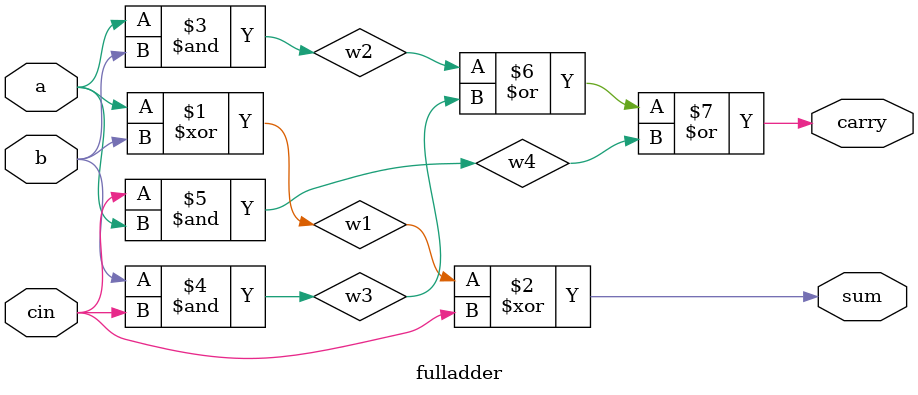
<source format=v>
`timescale 1 ns/100 ps

module fulladder (
    input a,b,cin,
    output sum,carry
);

wire w1,w2,w3,w4;       //Internal connections

xor #10 (w1,a,b);
xor #10 (sum,w1,cin);        //Sum output = a ^ b ^ cin (^ is xor)


and #10 (w2,a,b);               // 10 unit of delay for every gate
and #10 (w3,b,cin);
and #10 (w4,cin,a);

or  #10 (carry,w2,w3,w4);     //carry output = a.b + b.cin + a.cin

// Total max delay should be 30, we take 40 in testbench for safety
endmodule
</source>
